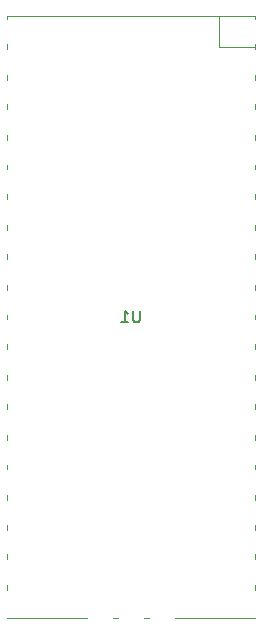
<source format=gbo>
%TF.GenerationSoftware,KiCad,Pcbnew,7.0.4*%
%TF.CreationDate,2023-05-29T10:37:39-04:00*%
%TF.ProjectId,keyboard,6b657962-6f61-4726-942e-6b696361645f,rev?*%
%TF.SameCoordinates,Original*%
%TF.FileFunction,Legend,Bot*%
%TF.FilePolarity,Positive*%
%FSLAX46Y46*%
G04 Gerber Fmt 4.6, Leading zero omitted, Abs format (unit mm)*
G04 Created by KiCad (PCBNEW 7.0.4) date 2023-05-29 10:37:39*
%MOMM*%
%LPD*%
G01*
G04 APERTURE LIST*
G04 Aperture macros list*
%AMHorizOval*
0 Thick line with rounded ends*
0 $1 width*
0 $2 $3 position (X,Y) of the first rounded end (center of the circle)*
0 $4 $5 position (X,Y) of the second rounded end (center of the circle)*
0 Add line between two ends*
20,1,$1,$2,$3,$4,$5,0*
0 Add two circle primitives to create the rounded ends*
1,1,$1,$2,$3*
1,1,$1,$4,$5*%
G04 Aperture macros list end*
%ADD10C,0.150000*%
%ADD11C,0.120000*%
%ADD12C,3.048000*%
%ADD13C,3.987800*%
%ADD14C,1.750000*%
%ADD15HorizOval,2.250000X0.655001X0.730000X-0.655001X-0.730000X0*%
%ADD16C,2.250000*%
%ADD17HorizOval,2.250000X0.020000X0.290000X-0.020000X-0.290000X0*%
%ADD18R,1.200000X1.200000*%
%ADD19C,1.200000*%
%ADD20C,5.000000*%
%ADD21C,1.550000*%
%ADD22R,1.550000X1.550000*%
%ADD23O,1.800000X1.800000*%
%ADD24O,1.500000X1.500000*%
%ADD25O,1.700000X1.700000*%
%ADD26R,3.500000X1.700000*%
%ADD27R,1.700000X1.700000*%
%ADD28R,1.700000X3.500000*%
G04 APERTURE END LIST*
D10*
%TO.C,U1*%
X199199404Y-74861069D02*
X199199404Y-75670592D01*
X199199404Y-75670592D02*
X199151785Y-75765830D01*
X199151785Y-75765830D02*
X199104166Y-75813450D01*
X199104166Y-75813450D02*
X199008928Y-75861069D01*
X199008928Y-75861069D02*
X198818452Y-75861069D01*
X198818452Y-75861069D02*
X198723214Y-75813450D01*
X198723214Y-75813450D02*
X198675595Y-75765830D01*
X198675595Y-75765830D02*
X198627976Y-75670592D01*
X198627976Y-75670592D02*
X198627976Y-74861069D01*
X197627976Y-75861069D02*
X198199404Y-75861069D01*
X197913690Y-75861069D02*
X197913690Y-74861069D01*
X197913690Y-74861069D02*
X198008928Y-75003926D01*
X198008928Y-75003926D02*
X198104166Y-75099164D01*
X198104166Y-75099164D02*
X198199404Y-75146783D01*
D11*
X208937500Y-98106250D02*
X208937500Y-98506250D01*
X208937500Y-95506250D02*
X208937500Y-95906250D01*
X208937500Y-93006250D02*
X208937500Y-93406250D01*
X208937500Y-90506250D02*
X208937500Y-90906250D01*
X208937500Y-87906250D02*
X208937500Y-88306250D01*
X208937500Y-85406250D02*
X208937500Y-85806250D01*
X208937500Y-82806250D02*
X208937500Y-83206250D01*
X208937500Y-80306250D02*
X208937500Y-80706250D01*
X208937500Y-77706250D02*
X208937500Y-78106250D01*
X208937500Y-75206250D02*
X208937500Y-75606250D01*
X208937500Y-72706250D02*
X208937500Y-73106250D01*
X208937500Y-70106250D02*
X208937500Y-70506250D01*
X208937500Y-67606250D02*
X208937500Y-68006250D01*
X208937500Y-65006250D02*
X208937500Y-65406250D01*
X208937500Y-62506250D02*
X208937500Y-62906250D01*
X208937500Y-60006250D02*
X208937500Y-60406250D01*
X208937500Y-57406250D02*
X208937500Y-57806250D01*
X208937500Y-54906250D02*
X208937500Y-55306250D01*
X208937500Y-52573250D02*
X205930500Y-52573250D01*
X208937500Y-52306250D02*
X208937500Y-52706250D01*
X208937500Y-49906250D02*
X208937500Y-50206250D01*
X208937500Y-49906250D02*
X187937500Y-49906250D01*
X205930500Y-52573250D02*
X205930500Y-49906250D01*
X202137500Y-100906250D02*
X208937500Y-100906250D01*
X199937500Y-100906250D02*
X199537500Y-100906250D01*
X197337500Y-100906250D02*
X196937500Y-100906250D01*
X187937500Y-100906250D02*
X194737500Y-100906250D01*
X187937500Y-98106250D02*
X187937500Y-98506250D01*
X187937500Y-95506250D02*
X187937500Y-95906250D01*
X187937500Y-93006250D02*
X187937500Y-93406250D01*
X187937500Y-90506250D02*
X187937500Y-90906250D01*
X187937500Y-87906250D02*
X187937500Y-88306250D01*
X187937500Y-85406250D02*
X187937500Y-85806250D01*
X187937500Y-82806250D02*
X187937500Y-83206250D01*
X187937500Y-80306250D02*
X187937500Y-80706250D01*
X187937500Y-77706250D02*
X187937500Y-78106250D01*
X187937500Y-75206250D02*
X187937500Y-75606250D01*
X187937500Y-72706250D02*
X187937500Y-73106250D01*
X187937500Y-70106250D02*
X187937500Y-70506250D01*
X187937500Y-67606250D02*
X187937500Y-68006250D01*
X187937500Y-65006250D02*
X187937500Y-65406250D01*
X187937500Y-62506250D02*
X187937500Y-62906250D01*
X187937500Y-60006250D02*
X187937500Y-60406250D01*
X187937500Y-57406250D02*
X187937500Y-57806250D01*
X187937500Y-54906250D02*
X187937500Y-55306250D01*
X187937500Y-52306250D02*
X187937500Y-52706250D01*
X187937500Y-49906250D02*
X187937500Y-50206250D01*
%TD*%
%LPC*%
D12*
%TO.C,MX42*%
X65055750Y-139065000D03*
D13*
X65055750Y-154305000D03*
D14*
X71913750Y-146050000D03*
D13*
X76993750Y-146050000D03*
D14*
X82073750Y-146050000D03*
D12*
X88931750Y-139065000D03*
D13*
X88931750Y-154305000D03*
D15*
X73838751Y-142780000D03*
D16*
X74493750Y-142050000D03*
D17*
X79513750Y-141260000D03*
D16*
X79533750Y-140970000D03*
%TD*%
D18*
%TO.C,D43*%
X230981250Y-70005750D03*
D19*
X230981250Y-77631750D03*
%TD*%
D18*
%TO.C,D60*%
X319087500Y-70005750D03*
D19*
X319087500Y-77631750D03*
%TD*%
D18*
%TO.C,D52*%
X261143750Y-70005750D03*
D19*
X261143750Y-77631750D03*
%TD*%
D20*
%TO.C,REF\u002A\u002A*%
X83343750Y-107950000D03*
%TD*%
D14*
%TO.C,MX50*%
X236220000Y-146050000D03*
D13*
X241300000Y-146050000D03*
D14*
X246380000Y-146050000D03*
D15*
X238145001Y-142780000D03*
D16*
X238800000Y-142050000D03*
D17*
X243820000Y-141260000D03*
D16*
X243840000Y-140970000D03*
%TD*%
D14*
%TO.C,MX33*%
X150495000Y-127000000D03*
D13*
X155575000Y-127000000D03*
D14*
X160655000Y-127000000D03*
D15*
X152420001Y-123730000D03*
D16*
X153075000Y-123000000D03*
D17*
X158095000Y-122210000D03*
D16*
X158115000Y-121920000D03*
%TD*%
D18*
%TO.C,D46*%
X240506250Y-70005750D03*
D19*
X240506250Y-77631750D03*
%TD*%
D14*
%TO.C,MX5*%
X136207500Y-88900000D03*
D13*
X141287500Y-88900000D03*
D14*
X146367500Y-88900000D03*
D15*
X138132501Y-85630000D03*
D16*
X138787500Y-84900000D03*
D17*
X143807500Y-84110000D03*
D16*
X143827500Y-83820000D03*
%TD*%
D14*
%TO.C,MX18*%
X126682500Y-107950000D03*
D13*
X131762500Y-107950000D03*
D14*
X136842500Y-107950000D03*
D15*
X128607501Y-104680000D03*
D16*
X129262500Y-103950000D03*
D17*
X134282500Y-103160000D03*
D16*
X134302500Y-102870000D03*
%TD*%
D14*
%TO.C,MX7*%
X174307500Y-88900000D03*
D13*
X179387500Y-88900000D03*
D14*
X184467500Y-88900000D03*
D15*
X176232501Y-85630000D03*
D16*
X176887500Y-84900000D03*
D17*
X181907500Y-84110000D03*
D16*
X181927500Y-83820000D03*
%TD*%
D18*
%TO.C,D8*%
X82550000Y-70005750D03*
D19*
X82550000Y-77631750D03*
%TD*%
D18*
%TO.C,D31*%
X165100000Y-70005750D03*
D19*
X165100000Y-77631750D03*
%TD*%
D18*
%TO.C,D44*%
X234156250Y-70005750D03*
D19*
X234156250Y-77631750D03*
%TD*%
D14*
%TO.C,MX20*%
X164782500Y-107950000D03*
D13*
X169862500Y-107950000D03*
D14*
X174942500Y-107950000D03*
D15*
X166707501Y-104680000D03*
D16*
X167362500Y-103950000D03*
D17*
X172382500Y-103160000D03*
D16*
X172402500Y-102870000D03*
%TD*%
D14*
%TO.C,MX60*%
X300513750Y-165100000D03*
D13*
X305593750Y-165100000D03*
D14*
X310673750Y-165100000D03*
D15*
X302438751Y-161830000D03*
D16*
X303093750Y-161100000D03*
D17*
X308113750Y-160310000D03*
D16*
X308133750Y-160020000D03*
%TD*%
D18*
%TO.C,D17*%
X114300000Y-70005750D03*
D19*
X114300000Y-77631750D03*
%TD*%
D18*
%TO.C,D11*%
X93662500Y-70005750D03*
D19*
X93662500Y-77631750D03*
%TD*%
D14*
%TO.C,MX27*%
X298132500Y-107950000D03*
D13*
X303212500Y-107950000D03*
D14*
X308292500Y-107950000D03*
D15*
X300057501Y-104680000D03*
D16*
X300712500Y-103950000D03*
D17*
X305732500Y-103160000D03*
D16*
X305752500Y-102870000D03*
%TD*%
D14*
%TO.C,MX2*%
X79057500Y-88900000D03*
D13*
X84137500Y-88900000D03*
D14*
X89217500Y-88900000D03*
D15*
X80982501Y-85630000D03*
D16*
X81637500Y-84900000D03*
D17*
X86657500Y-84110000D03*
D16*
X86677500Y-83820000D03*
%TD*%
D18*
%TO.C,D39*%
X216693750Y-70005750D03*
D19*
X216693750Y-77631750D03*
%TD*%
D18*
%TO.C,D48*%
X248443750Y-70005750D03*
D19*
X248443750Y-77631750D03*
%TD*%
D18*
%TO.C,D10*%
X90487500Y-70005750D03*
D19*
X90487500Y-77631750D03*
%TD*%
D18*
%TO.C,D2*%
X61912500Y-70005750D03*
D19*
X61912500Y-77631750D03*
%TD*%
D14*
%TO.C,MX30*%
X93345000Y-127000000D03*
D13*
X98425000Y-127000000D03*
D14*
X103505000Y-127000000D03*
D15*
X95270001Y-123730000D03*
D16*
X95925000Y-123000000D03*
D17*
X100945000Y-122210000D03*
D16*
X100965000Y-121920000D03*
%TD*%
D14*
%TO.C,MX48*%
X198120000Y-146050000D03*
D13*
X203200000Y-146050000D03*
D14*
X208280000Y-146050000D03*
D15*
X200045001Y-142780000D03*
D16*
X200700000Y-142050000D03*
D17*
X205720000Y-141260000D03*
D16*
X205740000Y-140970000D03*
%TD*%
D18*
%TO.C,D13*%
X101600000Y-70005750D03*
D19*
X101600000Y-77631750D03*
%TD*%
D18*
%TO.C,D41*%
X223043750Y-70005750D03*
D19*
X223043750Y-77631750D03*
%TD*%
D18*
%TO.C,D23*%
X136525000Y-70005750D03*
D19*
X136525000Y-77631750D03*
%TD*%
D14*
%TO.C,MX55*%
X86201250Y-165100000D03*
D13*
X91281250Y-165100000D03*
D14*
X96361250Y-165100000D03*
D15*
X88126251Y-161830000D03*
D16*
X88781250Y-161100000D03*
D17*
X93801250Y-160310000D03*
D16*
X93821250Y-160020000D03*
%TD*%
D14*
%TO.C,MX6*%
X155257500Y-88900000D03*
D13*
X160337500Y-88900000D03*
D14*
X165417500Y-88900000D03*
D15*
X157182501Y-85630000D03*
D16*
X157837500Y-84900000D03*
D17*
X162857500Y-84110000D03*
D16*
X162877500Y-83820000D03*
%TD*%
D18*
%TO.C,D64*%
X315274500Y-65881250D03*
D19*
X322900500Y-65881250D03*
%TD*%
D20*
%TO.C,*%
X95250000Y-93662500D03*
%TD*%
D18*
%TO.C,D33*%
X171450000Y-70005750D03*
D19*
X171450000Y-77631750D03*
%TD*%
D14*
%TO.C,MX51*%
X255270000Y-146050000D03*
D13*
X260350000Y-146050000D03*
D14*
X265430000Y-146050000D03*
D15*
X257195001Y-142780000D03*
D16*
X257850000Y-142050000D03*
D17*
X262870000Y-141260000D03*
D16*
X262890000Y-140970000D03*
%TD*%
D12*
%TO.C,MX41*%
X307943250Y-120015000D03*
D13*
X307943250Y-135255000D03*
D14*
X314801250Y-127000000D03*
D13*
X319881250Y-127000000D03*
D14*
X324961250Y-127000000D03*
D12*
X331819250Y-120015000D03*
D13*
X331819250Y-135255000D03*
D15*
X316726251Y-123730000D03*
D16*
X317381250Y-123000000D03*
D17*
X322401250Y-122210000D03*
D16*
X322421250Y-121920000D03*
%TD*%
D14*
%TO.C,MX3*%
X98107500Y-88900000D03*
D13*
X103187500Y-88900000D03*
D14*
X108267500Y-88900000D03*
D15*
X100032501Y-85630000D03*
D16*
X100687500Y-84900000D03*
D17*
X105707500Y-84110000D03*
D16*
X105727500Y-83820000D03*
%TD*%
D18*
%TO.C,D15*%
X107950000Y-70005750D03*
D19*
X107950000Y-77631750D03*
%TD*%
D18*
%TO.C,D26*%
X147637500Y-70005750D03*
D19*
X147637500Y-77631750D03*
%TD*%
D18*
%TO.C,D30*%
X161925000Y-70005750D03*
D19*
X161925000Y-77631750D03*
%TD*%
D18*
%TO.C,D3*%
X65087500Y-70005750D03*
D19*
X65087500Y-77631750D03*
%TD*%
D14*
%TO.C,MX44*%
X121920000Y-146050000D03*
D13*
X127000000Y-146050000D03*
D14*
X132080000Y-146050000D03*
D15*
X123845001Y-142780000D03*
D16*
X124500000Y-142050000D03*
D17*
X129520000Y-141260000D03*
D16*
X129540000Y-140970000D03*
%TD*%
D21*
%TO.C,ENC3*%
X329287500Y-63643750D03*
X334287500Y-63643750D03*
D22*
X329287500Y-78143750D03*
D21*
X334287500Y-78143750D03*
X331787500Y-78143750D03*
%TD*%
D18*
%TO.C,D22*%
X133350000Y-70005750D03*
D19*
X133350000Y-77631750D03*
%TD*%
D18*
%TO.C,D45*%
X237331250Y-70005750D03*
D19*
X237331250Y-77631750D03*
%TD*%
D14*
%TO.C,MX56*%
X110013750Y-165100000D03*
D13*
X115093750Y-165100000D03*
D14*
X120173750Y-165100000D03*
D15*
X111938751Y-161830000D03*
D16*
X112593750Y-161100000D03*
D17*
X117613750Y-160310000D03*
D16*
X117633750Y-160020000D03*
%TD*%
D18*
%TO.C,D56*%
X290512500Y-70005750D03*
D19*
X290512500Y-77631750D03*
%TD*%
D14*
%TO.C,MX32*%
X131445000Y-127000000D03*
D13*
X136525000Y-127000000D03*
D14*
X141605000Y-127000000D03*
D15*
X133370001Y-123730000D03*
D16*
X134025000Y-123000000D03*
D17*
X139045000Y-122210000D03*
D16*
X139065000Y-121920000D03*
%TD*%
D18*
%TO.C,D18*%
X119062500Y-70005750D03*
D19*
X119062500Y-77631750D03*
%TD*%
D14*
%TO.C,MX34*%
X169545000Y-127000000D03*
D13*
X174625000Y-127000000D03*
D14*
X179705000Y-127000000D03*
D15*
X171470001Y-123730000D03*
D16*
X172125000Y-123000000D03*
D17*
X177145000Y-122210000D03*
D16*
X177165000Y-121920000D03*
%TD*%
D14*
%TO.C,MX10*%
X231457500Y-88900000D03*
D13*
X236537500Y-88900000D03*
D14*
X241617500Y-88900000D03*
D15*
X233382501Y-85630000D03*
D16*
X234037500Y-84900000D03*
D17*
X239057500Y-84110000D03*
D16*
X239077500Y-83820000D03*
%TD*%
D18*
%TO.C,D19*%
X122237500Y-70005750D03*
D19*
X122237500Y-77631750D03*
%TD*%
D18*
%TO.C,D38*%
X211931250Y-70005750D03*
D19*
X211931250Y-77631750D03*
%TD*%
D18*
%TO.C,D40*%
X219868750Y-70005750D03*
D19*
X219868750Y-77631750D03*
%TD*%
D21*
%TO.C,ENC1*%
X278487500Y-63643750D03*
X283487500Y-63643750D03*
D22*
X278487500Y-78143750D03*
D21*
X283487500Y-78143750D03*
X280987500Y-78143750D03*
%TD*%
D14*
%TO.C,MX52*%
X274320000Y-146050000D03*
D13*
X279400000Y-146050000D03*
D14*
X284480000Y-146050000D03*
D15*
X276245001Y-142780000D03*
D16*
X276900000Y-142050000D03*
D17*
X281920000Y-141260000D03*
D16*
X281940000Y-140970000D03*
%TD*%
D14*
%TO.C,MX17*%
X107632500Y-107950000D03*
D13*
X112712500Y-107950000D03*
D14*
X117792500Y-107950000D03*
D15*
X109557501Y-104680000D03*
D16*
X110212500Y-103950000D03*
D17*
X115232500Y-103160000D03*
D16*
X115252500Y-102870000D03*
%TD*%
D18*
%TO.C,D53*%
X265906250Y-70005750D03*
D19*
X265906250Y-77631750D03*
%TD*%
D18*
%TO.C,D1*%
X58737500Y-70005750D03*
D19*
X58737500Y-77631750D03*
%TD*%
D14*
%TO.C,MX39*%
X264795000Y-127000000D03*
D13*
X269875000Y-127000000D03*
D14*
X274955000Y-127000000D03*
D15*
X266720001Y-123730000D03*
D16*
X267375000Y-123000000D03*
D17*
X272395000Y-122210000D03*
D16*
X272415000Y-121920000D03*
%TD*%
D14*
%TO.C,MX43*%
X102870000Y-146050000D03*
D13*
X107950000Y-146050000D03*
D14*
X113030000Y-146050000D03*
D15*
X104795001Y-142780000D03*
D16*
X105450000Y-142050000D03*
D17*
X110470000Y-141260000D03*
D16*
X110490000Y-140970000D03*
%TD*%
D18*
%TO.C,D42*%
X226218750Y-70005750D03*
D19*
X226218750Y-77631750D03*
%TD*%
D21*
%TO.C,ENC2*%
X303887500Y-63643750D03*
X308887500Y-63643750D03*
D22*
X303887500Y-78143750D03*
D21*
X308887500Y-78143750D03*
X306387500Y-78143750D03*
%TD*%
D18*
%TO.C,D47*%
X243681250Y-70005750D03*
D19*
X243681250Y-77631750D03*
%TD*%
D14*
%TO.C,MX45*%
X140970000Y-146050000D03*
D13*
X146050000Y-146050000D03*
D14*
X151130000Y-146050000D03*
D15*
X142895001Y-142780000D03*
D16*
X143550000Y-142050000D03*
D17*
X148570000Y-141260000D03*
D16*
X148590000Y-140970000D03*
%TD*%
D18*
%TO.C,D49*%
X251618750Y-70005750D03*
D19*
X251618750Y-77631750D03*
%TD*%
D18*
%TO.C,D24*%
X139700000Y-70005750D03*
D19*
X139700000Y-77631750D03*
%TD*%
D20*
%TO.C,REF\u002A\u002A*%
X315118750Y-107950000D03*
%TD*%
D18*
%TO.C,D29*%
X157162500Y-70005750D03*
D19*
X157162500Y-77631750D03*
%TD*%
D14*
%TO.C,MX37*%
X226695000Y-127000000D03*
D13*
X231775000Y-127000000D03*
D14*
X236855000Y-127000000D03*
D15*
X228620001Y-123730000D03*
D16*
X229275000Y-123000000D03*
D17*
X234295000Y-122210000D03*
D16*
X234315000Y-121920000D03*
%TD*%
D20*
%TO.C,REF\u002A\u002A*%
X95250000Y-93662500D03*
%TD*%
D18*
%TO.C,D28*%
X153987500Y-70005750D03*
D19*
X153987500Y-77631750D03*
%TD*%
D14*
%TO.C,MX40*%
X283845000Y-127000000D03*
D13*
X288925000Y-127000000D03*
D14*
X294005000Y-127000000D03*
D15*
X285770001Y-123730000D03*
D16*
X286425000Y-123000000D03*
D17*
X291445000Y-122210000D03*
D16*
X291465000Y-121920000D03*
%TD*%
D18*
%TO.C,D58*%
X296862500Y-70005750D03*
D19*
X296862500Y-77631750D03*
%TD*%
D18*
%TO.C,D14*%
X104775000Y-70005750D03*
D19*
X104775000Y-77631750D03*
%TD*%
D18*
%TO.C,D6*%
X76200000Y-70005750D03*
D19*
X76200000Y-77631750D03*
%TD*%
D14*
%TO.C,MX54*%
X62388750Y-165100000D03*
D13*
X67468750Y-165100000D03*
D14*
X72548750Y-165100000D03*
D15*
X64313751Y-161830000D03*
D16*
X64968750Y-161100000D03*
D17*
X69988750Y-160310000D03*
D16*
X70008750Y-160020000D03*
%TD*%
D18*
%TO.C,D34*%
X174625000Y-70005750D03*
D19*
X174625000Y-77631750D03*
%TD*%
D14*
%TO.C,MX15*%
X64770000Y-107950000D03*
D13*
X69850000Y-107950000D03*
D14*
X74930000Y-107950000D03*
D15*
X66695001Y-104680000D03*
D16*
X67350000Y-103950000D03*
D17*
X72370000Y-103160000D03*
D16*
X72390000Y-102870000D03*
%TD*%
D14*
%TO.C,MX36*%
X207645000Y-127000000D03*
D13*
X212725000Y-127000000D03*
D14*
X217805000Y-127000000D03*
D15*
X209570001Y-123730000D03*
D16*
X210225000Y-123000000D03*
D17*
X215245000Y-122210000D03*
D16*
X215265000Y-121920000D03*
%TD*%
D14*
%TO.C,MX49*%
X217170000Y-146050000D03*
D13*
X222250000Y-146050000D03*
D14*
X227330000Y-146050000D03*
D15*
X219095001Y-142780000D03*
D16*
X219750000Y-142050000D03*
D17*
X224770000Y-141260000D03*
D16*
X224790000Y-140970000D03*
%TD*%
D18*
%TO.C,D62*%
X265268250Y-65881250D03*
D19*
X272894250Y-65881250D03*
%TD*%
D18*
%TO.C,D20*%
X125412500Y-70005750D03*
D19*
X125412500Y-77631750D03*
%TD*%
D14*
%TO.C,MX31*%
X112395000Y-127000000D03*
D13*
X117475000Y-127000000D03*
D14*
X122555000Y-127000000D03*
D15*
X114320001Y-123730000D03*
D16*
X114975000Y-123000000D03*
D17*
X119995000Y-122210000D03*
D16*
X120015000Y-121920000D03*
%TD*%
D14*
%TO.C,MX13*%
X288607500Y-88900000D03*
D13*
X293687500Y-88900000D03*
D14*
X298767500Y-88900000D03*
D15*
X290532501Y-85630000D03*
D16*
X291187500Y-84900000D03*
D17*
X296207500Y-84110000D03*
D16*
X296227500Y-83820000D03*
%TD*%
D18*
%TO.C,D12*%
X96837500Y-70005750D03*
D19*
X96837500Y-77631750D03*
%TD*%
D12*
%TO.C,MX53*%
X303180750Y-139065000D03*
D13*
X303180750Y-154305000D03*
D14*
X310038750Y-146050000D03*
D13*
X315118750Y-146050000D03*
D14*
X320198750Y-146050000D03*
D12*
X327056750Y-139065000D03*
D13*
X327056750Y-154305000D03*
D15*
X311963751Y-142780000D03*
D16*
X312618750Y-142050000D03*
D17*
X317638750Y-141260000D03*
D16*
X317658750Y-140970000D03*
%TD*%
D18*
%TO.C,D35*%
X179387500Y-70005750D03*
D19*
X179387500Y-77631750D03*
%TD*%
D18*
%TO.C,D16*%
X111125000Y-70005750D03*
D19*
X111125000Y-77631750D03*
%TD*%
D18*
%TO.C,D5*%
X71437500Y-70005750D03*
D19*
X71437500Y-77631750D03*
%TD*%
D18*
%TO.C,D61*%
X322262500Y-70005750D03*
D19*
X322262500Y-77631750D03*
%TD*%
D18*
%TO.C,D51*%
X257968750Y-70005750D03*
D19*
X257968750Y-77631750D03*
%TD*%
D20*
%TO.C,REF\u002A\u002A*%
X304800000Y-91281250D03*
%TD*%
D14*
%TO.C,MX23*%
X221932500Y-107950000D03*
D13*
X227012500Y-107950000D03*
D14*
X232092500Y-107950000D03*
D15*
X223857501Y-104680000D03*
D16*
X224512500Y-103950000D03*
D17*
X229532500Y-103160000D03*
D16*
X229552500Y-102870000D03*
%TD*%
D13*
%TO.C,MX57*%
X136531350Y-156845000D03*
D12*
X136531350Y-172085000D03*
D14*
X181451250Y-165100000D03*
D13*
X186531250Y-165100000D03*
D14*
X191611250Y-165100000D03*
D13*
X236531150Y-156845000D03*
D12*
X236531150Y-172085000D03*
D15*
X183376251Y-161830000D03*
D16*
X184031250Y-161100000D03*
D17*
X189051250Y-160310000D03*
D16*
X189071250Y-160020000D03*
%TD*%
D18*
%TO.C,D55*%
X272256250Y-70005750D03*
D19*
X272256250Y-77631750D03*
%TD*%
D14*
%TO.C,MX8*%
X193357500Y-88900000D03*
D13*
X198437500Y-88900000D03*
D14*
X203517500Y-88900000D03*
D15*
X195282501Y-85630000D03*
D16*
X195937500Y-84900000D03*
D17*
X200957500Y-84110000D03*
D16*
X200977500Y-83820000D03*
%TD*%
D18*
%TO.C,D54*%
X269081250Y-70005750D03*
D19*
X269081250Y-77631750D03*
%TD*%
D14*
%TO.C,MX47*%
X179070000Y-146050000D03*
D13*
X184150000Y-146050000D03*
D14*
X189230000Y-146050000D03*
D15*
X180995001Y-142780000D03*
D16*
X181650000Y-142050000D03*
D17*
X186670000Y-141260000D03*
D16*
X186690000Y-140970000D03*
%TD*%
D14*
%TO.C,MX59*%
X276701250Y-165100000D03*
D13*
X281781250Y-165100000D03*
D14*
X286861250Y-165100000D03*
D15*
X278626251Y-161830000D03*
D16*
X279281250Y-161100000D03*
D17*
X284301250Y-160310000D03*
D16*
X284321250Y-160020000D03*
%TD*%
D18*
%TO.C,D21*%
X128587500Y-70005750D03*
D19*
X128587500Y-77631750D03*
%TD*%
D18*
%TO.C,D59*%
X315912500Y-70005750D03*
D19*
X315912500Y-77631750D03*
%TD*%
D14*
%TO.C,MX46*%
X160020000Y-146050000D03*
D13*
X165100000Y-146050000D03*
D14*
X170180000Y-146050000D03*
D15*
X161945001Y-142780000D03*
D16*
X162600000Y-142050000D03*
D17*
X167620000Y-141260000D03*
D16*
X167640000Y-140970000D03*
%TD*%
D18*
%TO.C,D27*%
X150812500Y-70005750D03*
D19*
X150812500Y-77631750D03*
%TD*%
D20*
%TO.C,REF\u002A\u002A*%
X96837500Y-146050000D03*
%TD*%
D14*
%TO.C,MX58*%
X252888750Y-165100000D03*
D13*
X257968750Y-165100000D03*
D14*
X263048750Y-165100000D03*
D15*
X254813751Y-161830000D03*
D16*
X255468750Y-161100000D03*
D17*
X260488750Y-160310000D03*
D16*
X260508750Y-160020000D03*
%TD*%
D18*
%TO.C,D50*%
X254793750Y-70005750D03*
D19*
X254793750Y-77631750D03*
%TD*%
D18*
%TO.C,D57*%
X293687500Y-70005750D03*
D19*
X293687500Y-77631750D03*
%TD*%
D18*
%TO.C,D4*%
X68262500Y-70005750D03*
D19*
X68262500Y-77631750D03*
%TD*%
D14*
%TO.C,MX26*%
X279082500Y-107950000D03*
D13*
X284162500Y-107950000D03*
D14*
X289242500Y-107950000D03*
D15*
X281007501Y-104680000D03*
D16*
X281662500Y-103950000D03*
D17*
X286682500Y-103160000D03*
D16*
X286702500Y-102870000D03*
%TD*%
D14*
%TO.C,MX35*%
X188595000Y-127000000D03*
D13*
X193675000Y-127000000D03*
D14*
X198755000Y-127000000D03*
D15*
X190520001Y-123730000D03*
D16*
X191175000Y-123000000D03*
D17*
X196195000Y-122210000D03*
D16*
X196215000Y-121920000D03*
%TD*%
D14*
%TO.C,MX24*%
X240982500Y-107950000D03*
D13*
X246062500Y-107950000D03*
D14*
X251142500Y-107950000D03*
D15*
X242907501Y-104680000D03*
D16*
X243562500Y-103950000D03*
D17*
X248582500Y-103160000D03*
D16*
X248602500Y-102870000D03*
%TD*%
D18*
%TO.C,D9*%
X87312500Y-70005750D03*
D19*
X87312500Y-77631750D03*
%TD*%
D18*
%TO.C,D7*%
X79375000Y-70005750D03*
D19*
X79375000Y-77631750D03*
%TD*%
D18*
%TO.C,D63*%
X289080750Y-65881250D03*
D19*
X296706750Y-65881250D03*
%TD*%
D14*
%TO.C,MX38*%
X245745000Y-127000000D03*
D13*
X250825000Y-127000000D03*
D14*
X255905000Y-127000000D03*
D15*
X247670001Y-123730000D03*
D16*
X248325000Y-123000000D03*
D17*
X253345000Y-122210000D03*
D16*
X253365000Y-121920000D03*
%TD*%
D14*
%TO.C,MX21*%
X183832500Y-107950000D03*
D13*
X188912500Y-107950000D03*
D14*
X193992500Y-107950000D03*
D15*
X185757501Y-104680000D03*
D16*
X186412500Y-103950000D03*
D17*
X191432500Y-103160000D03*
D16*
X191452500Y-102870000D03*
%TD*%
D14*
%TO.C,MX19*%
X145732500Y-107950000D03*
D13*
X150812500Y-107950000D03*
D14*
X155892500Y-107950000D03*
D15*
X147657501Y-104680000D03*
D16*
X148312500Y-103950000D03*
D17*
X153332500Y-103160000D03*
D16*
X153352500Y-102870000D03*
%TD*%
D14*
%TO.C,MX25*%
X260032500Y-107950000D03*
D13*
X265112500Y-107950000D03*
D14*
X270192500Y-107950000D03*
D15*
X261957501Y-104680000D03*
D16*
X262612500Y-103950000D03*
D17*
X267632500Y-103160000D03*
D16*
X267652500Y-102870000D03*
%TD*%
D18*
%TO.C,D36*%
X182562500Y-70005750D03*
D19*
X182562500Y-77631750D03*
%TD*%
D20*
%TO.C,REF\u002A\u002A*%
X191293750Y-115887500D03*
%TD*%
D12*
%TO.C,MX14*%
X310324500Y-81915000D03*
D13*
X310324500Y-97155000D03*
D14*
X317182500Y-88900000D03*
D13*
X322262500Y-88900000D03*
D14*
X327342500Y-88900000D03*
D12*
X334200500Y-81915000D03*
D13*
X334200500Y-97155000D03*
D15*
X319107501Y-85630000D03*
D16*
X319762500Y-84900000D03*
D17*
X324782500Y-84110000D03*
D16*
X324802500Y-83820000D03*
%TD*%
D14*
%TO.C,MX61*%
X324326250Y-165100000D03*
D13*
X329406250Y-165100000D03*
D14*
X334486250Y-165100000D03*
D15*
X326251251Y-161830000D03*
D16*
X326906250Y-161100000D03*
D17*
X331926250Y-160310000D03*
D16*
X331946250Y-160020000D03*
%TD*%
D14*
%TO.C,MX28*%
X321945000Y-107950000D03*
D13*
X327025000Y-107950000D03*
D14*
X332105000Y-107950000D03*
D15*
X323870001Y-104680000D03*
D16*
X324525000Y-103950000D03*
D17*
X329545000Y-103160000D03*
D16*
X329565000Y-102870000D03*
%TD*%
D14*
%TO.C,MX12*%
X269557500Y-88900000D03*
D13*
X274637500Y-88900000D03*
D14*
X279717500Y-88900000D03*
D15*
X271482501Y-85630000D03*
D16*
X272137500Y-84900000D03*
D17*
X277157500Y-84110000D03*
D16*
X277177500Y-83820000D03*
%TD*%
D18*
%TO.C,D25*%
X142875000Y-70005750D03*
D19*
X142875000Y-77631750D03*
%TD*%
D14*
%TO.C,MX16*%
X88582500Y-107950000D03*
D13*
X93662500Y-107950000D03*
D14*
X98742500Y-107950000D03*
D15*
X90507501Y-104680000D03*
D16*
X91162500Y-103950000D03*
D17*
X96182500Y-103160000D03*
D16*
X96202500Y-102870000D03*
%TD*%
D14*
%TO.C,MX1*%
X60007500Y-88900000D03*
D13*
X65087500Y-88900000D03*
D14*
X70167500Y-88900000D03*
D15*
X61932501Y-85630000D03*
D16*
X62587500Y-84900000D03*
D17*
X67607500Y-84110000D03*
D16*
X67627500Y-83820000D03*
%TD*%
D14*
%TO.C,MX4*%
X117157500Y-88900000D03*
D13*
X122237500Y-88900000D03*
D14*
X127317500Y-88900000D03*
D15*
X119082501Y-85630000D03*
D16*
X119737500Y-84900000D03*
D17*
X124757500Y-84110000D03*
D16*
X124777500Y-83820000D03*
%TD*%
D20*
%TO.C,REF\u002A\u002A*%
X293687500Y-146050000D03*
%TD*%
D14*
%TO.C,MX11*%
X250507500Y-88900000D03*
D13*
X255587500Y-88900000D03*
D14*
X260667500Y-88900000D03*
D15*
X252432501Y-85630000D03*
D16*
X253087500Y-84900000D03*
D17*
X258107500Y-84110000D03*
D16*
X258127500Y-83820000D03*
%TD*%
D18*
%TO.C,D32*%
X168275000Y-70005750D03*
D19*
X168275000Y-77631750D03*
%TD*%
D14*
%TO.C,MX29*%
X67151250Y-127000000D03*
D13*
X72231250Y-127000000D03*
D14*
X77311250Y-127000000D03*
D15*
X69076251Y-123730000D03*
D16*
X69731250Y-123000000D03*
D17*
X74751250Y-122210000D03*
D16*
X74771250Y-121920000D03*
%TD*%
D18*
%TO.C,D37*%
X185737500Y-70005750D03*
D19*
X185737500Y-77631750D03*
%TD*%
D14*
%TO.C,MX22*%
X202882500Y-107950000D03*
D13*
X207962500Y-107950000D03*
D14*
X213042500Y-107950000D03*
D15*
X204807501Y-104680000D03*
D16*
X205462500Y-103950000D03*
D17*
X210482500Y-103160000D03*
D16*
X210502500Y-102870000D03*
%TD*%
D14*
%TO.C,MX9*%
X212407500Y-88900000D03*
D13*
X217487500Y-88900000D03*
D14*
X222567500Y-88900000D03*
D15*
X214332501Y-85630000D03*
D16*
X214987500Y-84900000D03*
D17*
X220007500Y-84110000D03*
D16*
X220027500Y-83820000D03*
%TD*%
D23*
%TO.C,U1*%
X201162500Y-51406250D03*
D24*
X200862500Y-54436250D03*
X196012500Y-54436250D03*
D23*
X195712500Y-51406250D03*
D25*
X207327500Y-51276250D03*
D26*
X208227500Y-51276250D03*
D25*
X207327500Y-53816250D03*
D26*
X208227500Y-53816250D03*
D27*
X207327500Y-56356250D03*
D26*
X208227500Y-56356250D03*
D25*
X207327500Y-58896250D03*
D26*
X208227500Y-58896250D03*
D25*
X207327500Y-61436250D03*
D26*
X208227500Y-61436250D03*
D25*
X207327500Y-63976250D03*
D26*
X208227500Y-63976250D03*
D25*
X207327500Y-66516250D03*
D26*
X208227500Y-66516250D03*
D27*
X207327500Y-69056250D03*
D26*
X208227500Y-69056250D03*
D25*
X207327500Y-71596250D03*
D26*
X208227500Y-71596250D03*
D25*
X207327500Y-74136250D03*
D26*
X208227500Y-74136250D03*
D25*
X207327500Y-76676250D03*
D26*
X208227500Y-76676250D03*
D25*
X207327500Y-79216250D03*
D26*
X208227500Y-79216250D03*
D27*
X207327500Y-81756250D03*
D26*
X208227500Y-81756250D03*
D25*
X207327500Y-84296250D03*
D26*
X208227500Y-84296250D03*
D25*
X207327500Y-86836250D03*
D26*
X208227500Y-86836250D03*
D25*
X207327500Y-89376250D03*
D26*
X208227500Y-89376250D03*
D25*
X207327500Y-91916250D03*
D26*
X208227500Y-91916250D03*
D27*
X207327500Y-94456250D03*
D26*
X208227500Y-94456250D03*
D25*
X207327500Y-96996250D03*
D26*
X208227500Y-96996250D03*
D25*
X207327500Y-99536250D03*
D26*
X208227500Y-99536250D03*
D25*
X189547500Y-99536250D03*
D26*
X188647500Y-99536250D03*
D25*
X189547500Y-96996250D03*
D26*
X188647500Y-96996250D03*
D27*
X189547500Y-94456250D03*
D26*
X188647500Y-94456250D03*
D25*
X189547500Y-91916250D03*
D26*
X188647500Y-91916250D03*
D25*
X189547500Y-89376250D03*
D26*
X188647500Y-89376250D03*
D25*
X189547500Y-86836250D03*
D26*
X188647500Y-86836250D03*
D25*
X189547500Y-84296250D03*
D26*
X188647500Y-84296250D03*
D27*
X189547500Y-81756250D03*
D26*
X188647500Y-81756250D03*
D25*
X189547500Y-79216250D03*
D26*
X188647500Y-79216250D03*
D25*
X189547500Y-76676250D03*
D26*
X188647500Y-76676250D03*
D25*
X189547500Y-74136250D03*
D26*
X188647500Y-74136250D03*
D25*
X189547500Y-71596250D03*
D26*
X188647500Y-71596250D03*
D27*
X189547500Y-69056250D03*
D26*
X188647500Y-69056250D03*
D25*
X189547500Y-66516250D03*
D26*
X188647500Y-66516250D03*
D25*
X189547500Y-63976250D03*
D26*
X188647500Y-63976250D03*
D25*
X189547500Y-61436250D03*
D26*
X188647500Y-61436250D03*
D25*
X189547500Y-58896250D03*
D26*
X188647500Y-58896250D03*
D27*
X189547500Y-56356250D03*
D26*
X188647500Y-56356250D03*
D25*
X189547500Y-53816250D03*
D26*
X188647500Y-53816250D03*
D25*
X189547500Y-51276250D03*
D26*
X188647500Y-51276250D03*
D25*
X200977500Y-99306250D03*
D28*
X200977500Y-100206250D03*
D27*
X198437500Y-99306250D03*
D28*
X198437500Y-100206250D03*
D25*
X195897500Y-99306250D03*
D28*
X195897500Y-100206250D03*
%TD*%
%LPD*%
M02*

</source>
